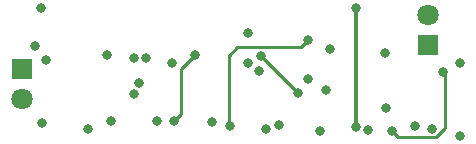
<source format=gbr>
%TF.GenerationSoftware,KiCad,Pcbnew,(5.1.12-1-g0a0a2da680)-1*%
%TF.CreationDate,2021-11-30T19:19:06+01:00*%
%TF.ProjectId,SolarCharger,536f6c61-7243-4686-9172-6765722e6b69,rev?*%
%TF.SameCoordinates,Original*%
%TF.FileFunction,Copper,L3,Inr*%
%TF.FilePolarity,Positive*%
%FSLAX46Y46*%
G04 Gerber Fmt 4.6, Leading zero omitted, Abs format (unit mm)*
G04 Created by KiCad (PCBNEW (5.1.12-1-g0a0a2da680)-1) date 2021-11-30 19:19:06*
%MOMM*%
%LPD*%
G01*
G04 APERTURE LIST*
%TA.AperFunction,ComponentPad*%
%ADD10C,1.800000*%
%TD*%
%TA.AperFunction,ComponentPad*%
%ADD11R,1.800000X1.800000*%
%TD*%
%TA.AperFunction,ViaPad*%
%ADD12C,0.800000*%
%TD*%
%TA.AperFunction,Conductor*%
%ADD13C,0.300000*%
%TD*%
%TA.AperFunction,Conductor*%
%ADD14C,0.250000*%
%TD*%
G04 APERTURE END LIST*
D10*
%TO.N,5V*%
%TO.C,J2*%
X116900000Y-42860000D03*
D11*
%TO.N,gnd*%
X116900000Y-45400000D03*
%TD*%
D10*
%TO.N,Vin+*%
%TO.C,J1*%
X82500000Y-50000000D03*
D11*
%TO.N,gnd*%
X82500000Y-47460000D03*
%TD*%
D12*
%TO.N,Vin+*%
X83600000Y-45500000D03*
%TO.N,gnd*%
X95200000Y-46900000D03*
X103200000Y-52500000D03*
X111800000Y-52600000D03*
X117200000Y-52500000D03*
%TO.N,BAT-*%
X93930331Y-51830331D03*
X90000000Y-51825000D03*
X93000000Y-46500000D03*
%TO.N,BAT+*%
X92000000Y-46500000D03*
X98550001Y-51895735D03*
X106675000Y-48289369D03*
X101600000Y-44400000D03*
%TO.N,Net-(C7-Pad2)*%
X104300000Y-52200000D03*
X107737764Y-52679577D03*
%TO.N,5V*%
X119600000Y-53100000D03*
%TO.N,5V_BF*%
X115750000Y-52300000D03*
X110800000Y-52374998D03*
X110800000Y-42300000D03*
X101600000Y-46900000D03*
%TO.N,Net-(D1-Pad2)*%
X105900000Y-49500000D03*
X102700000Y-46300000D03*
%TO.N,Net-(IC1-Pad8)*%
X92400000Y-48600000D03*
X89736401Y-46263599D03*
%TO.N,Net-(IC1-Pad6)*%
X91964998Y-49517501D03*
X84100000Y-42300000D03*
%TO.N,Net-(IC1-Pad5)*%
X88069998Y-52500000D03*
%TO.N,Net-(IC1-Pad2)*%
X84500000Y-46710000D03*
X84200000Y-52000000D03*
%TO.N,Net-(IC2-Pad5)*%
X95400000Y-51830332D03*
X97147624Y-46263478D03*
%TO.N,Net-(IC3-Pad2)*%
X106700000Y-45000000D03*
X100100000Y-52300000D03*
%TO.N,Net-(IC3-Pad1)*%
X108574998Y-45725000D03*
X102544998Y-47600000D03*
%TO.N,Net-(IC4-Pad8)*%
X113200000Y-46100000D03*
X119600000Y-46900000D03*
%TO.N,Net-(IC4-Pad7)*%
X113786658Y-52706671D03*
X118149498Y-47668922D03*
%TO.N,Net-(IC4-Pad3)*%
X108200000Y-49200000D03*
X113327531Y-50779998D03*
%TD*%
D13*
%TO.N,5V_BF*%
X110800000Y-52374998D02*
X110800000Y-42300000D01*
%TO.N,Net-(D1-Pad2)*%
X105900000Y-49500000D02*
X102700000Y-46300000D01*
D14*
%TO.N,Net-(IC2-Pad5)*%
X95400000Y-51830332D02*
X96000000Y-51230332D01*
X96000000Y-47411102D02*
X97147624Y-46263478D01*
X96000000Y-51230332D02*
X96000000Y-47411102D01*
%TO.N,Net-(IC3-Pad2)*%
X100000000Y-46300000D02*
X100000000Y-52200000D01*
X100725001Y-45574999D02*
X100000000Y-46300000D01*
X100000000Y-52200000D02*
X100100000Y-52300000D01*
X106125001Y-45574999D02*
X100725001Y-45574999D01*
X106700000Y-45000000D02*
X106125001Y-45574999D01*
%TO.N,Net-(IC4-Pad7)*%
X117548001Y-53225001D02*
X118300000Y-52473002D01*
X114304988Y-53225001D02*
X117548001Y-53225001D01*
X113786658Y-52706671D02*
X114304988Y-53225001D01*
X118300000Y-47819424D02*
X118149498Y-47668922D01*
X118300000Y-52473002D02*
X118300000Y-47819424D01*
%TD*%
M02*

</source>
